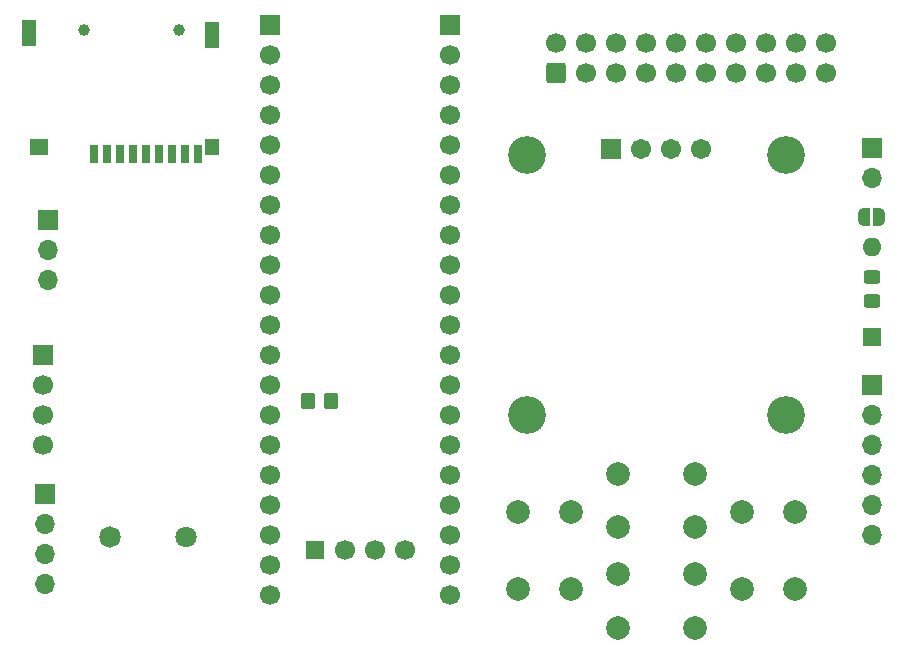
<source format=gbr>
%TF.GenerationSoftware,KiCad,Pcbnew,9.0.1*%
%TF.CreationDate,2025-06-11T14:36:35+02:00*%
%TF.ProjectId,sdiskII_stm32,73646973-6b49-4495-9f73-746d33322e6b,6*%
%TF.SameCoordinates,Original*%
%TF.FileFunction,Soldermask,Top*%
%TF.FilePolarity,Negative*%
%FSLAX46Y46*%
G04 Gerber Fmt 4.6, Leading zero omitted, Abs format (unit mm)*
G04 Created by KiCad (PCBNEW 9.0.1) date 2025-06-11 14:36:35*
%MOMM*%
%LPD*%
G01*
G04 APERTURE LIST*
G04 Aperture macros list*
%AMRoundRect*
0 Rectangle with rounded corners*
0 $1 Rounding radius*
0 $2 $3 $4 $5 $6 $7 $8 $9 X,Y pos of 4 corners*
0 Add a 4 corners polygon primitive as box body*
4,1,4,$2,$3,$4,$5,$6,$7,$8,$9,$2,$3,0*
0 Add four circle primitives for the rounded corners*
1,1,$1+$1,$2,$3*
1,1,$1+$1,$4,$5*
1,1,$1+$1,$6,$7*
1,1,$1+$1,$8,$9*
0 Add four rect primitives between the rounded corners*
20,1,$1+$1,$2,$3,$4,$5,0*
20,1,$1+$1,$4,$5,$6,$7,0*
20,1,$1+$1,$6,$7,$8,$9,0*
20,1,$1+$1,$8,$9,$2,$3,0*%
%AMFreePoly0*
4,1,23,0.500000,-0.750000,0.000000,-0.750000,0.000000,-0.745722,-0.065263,-0.745722,-0.191342,-0.711940,-0.304381,-0.646677,-0.396677,-0.554381,-0.461940,-0.441342,-0.495722,-0.315263,-0.495722,-0.250000,-0.500000,-0.250000,-0.500000,0.250000,-0.495722,0.250000,-0.495722,0.315263,-0.461940,0.441342,-0.396677,0.554381,-0.304381,0.646677,-0.191342,0.711940,-0.065263,0.745722,0.000000,0.745722,
0.000000,0.750000,0.500000,0.750000,0.500000,-0.750000,0.500000,-0.750000,$1*%
%AMFreePoly1*
4,1,23,0.000000,0.745722,0.065263,0.745722,0.191342,0.711940,0.304381,0.646677,0.396677,0.554381,0.461940,0.441342,0.495722,0.315263,0.495722,0.250000,0.500000,0.250000,0.500000,-0.250000,0.495722,-0.250000,0.495722,-0.315263,0.461940,-0.441342,0.396677,-0.554381,0.304381,-0.646677,0.191342,-0.711940,0.065263,-0.745722,0.000000,-0.745722,0.000000,-0.750000,-0.500000,-0.750000,
-0.500000,0.750000,0.000000,0.750000,0.000000,0.745722,0.000000,0.745722,$1*%
G04 Aperture macros list end*
%ADD10RoundRect,0.250000X0.600000X-0.600000X0.600000X0.600000X-0.600000X0.600000X-0.600000X-0.600000X0*%
%ADD11C,1.700000*%
%ADD12R,1.600000X1.600000*%
%ADD13O,1.600000X1.600000*%
%ADD14R,1.700000X1.700000*%
%ADD15O,1.700000X1.700000*%
%ADD16C,2.000000*%
%ADD17RoundRect,0.250000X0.450000X-0.325000X0.450000X0.325000X-0.450000X0.325000X-0.450000X-0.325000X0*%
%ADD18C,1.824000*%
%ADD19C,1.800000*%
%ADD20R,1.524000X1.524000*%
%ADD21FreePoly0,180.000000*%
%ADD22FreePoly1,180.000000*%
%ADD23RoundRect,0.102000X-0.754000X-0.754000X0.754000X-0.754000X0.754000X0.754000X-0.754000X0.754000X0*%
%ADD24C,1.712000*%
%ADD25C,3.204000*%
%ADD26R,1.600000X1.400000*%
%ADD27C,1.000000*%
%ADD28R,1.200000X2.200000*%
%ADD29R,0.700000X1.600000*%
%ADD30R,1.200000X1.400000*%
%ADD31RoundRect,0.250000X-0.350000X-0.450000X0.350000X-0.450000X0.350000X0.450000X-0.350000X0.450000X0*%
G04 APERTURE END LIST*
D10*
%TO.C,J2*%
X178290000Y-92490000D03*
D11*
X178290000Y-89950000D03*
X180830000Y-92490000D03*
X180830000Y-89950000D03*
X183370000Y-92490000D03*
X183370000Y-89950000D03*
X185910000Y-92490000D03*
X185910000Y-89950000D03*
X188450000Y-92490000D03*
X188450000Y-89950000D03*
X190990000Y-92490000D03*
X190990000Y-89950000D03*
X193530000Y-92490000D03*
X193530000Y-89950000D03*
X196070000Y-92490000D03*
X196070000Y-89950000D03*
X198610000Y-92490000D03*
X198610000Y-89950000D03*
X201150000Y-92490000D03*
X201150000Y-89950000D03*
%TD*%
D12*
%TO.C,D1*%
X205000000Y-114840000D03*
D13*
X205000000Y-107220000D03*
%TD*%
D14*
%TO.C,J5*%
X134880000Y-116370000D03*
D11*
X134880000Y-118910000D03*
X134880000Y-121450000D03*
X134880000Y-123990000D03*
%TD*%
D14*
%TO.C,J3*%
X205030000Y-118910000D03*
D15*
X205030000Y-121450000D03*
X205030000Y-123990000D03*
X205030000Y-126530000D03*
X205030000Y-129070000D03*
X205030000Y-131610000D03*
%TD*%
D16*
%TO.C,UP1*%
X190040000Y-130950000D03*
X183540000Y-130950000D03*
X190040000Y-126450000D03*
X183540000Y-126450000D03*
%TD*%
D17*
%TO.C,D2*%
X205000000Y-111840000D03*
X205000000Y-109790000D03*
%TD*%
D18*
%TO.C,BZ1*%
X140500000Y-131750000D03*
D19*
X147000000Y-131750000D03*
%TD*%
D14*
%TO.C,J4*%
X135240000Y-104975000D03*
D15*
X135240000Y-107515000D03*
X135240000Y-110055000D03*
%TD*%
D14*
%TO.C,\u03BCC1*%
X154050000Y-88440000D03*
D11*
X154050000Y-90980000D03*
X154050000Y-93520000D03*
X154050000Y-96060000D03*
X154050000Y-98600000D03*
X154050000Y-101140000D03*
X154050000Y-103680000D03*
X154050000Y-106220000D03*
X154050000Y-108760000D03*
X154050000Y-111300000D03*
X154050000Y-113840000D03*
X154050000Y-116380000D03*
X154050000Y-118920000D03*
X154050000Y-121460000D03*
X154050000Y-124000000D03*
X154050000Y-126540000D03*
X154050000Y-129080000D03*
X154050000Y-131620000D03*
X154050000Y-134160000D03*
X154050000Y-136700000D03*
X169290000Y-136700000D03*
X169290000Y-134160000D03*
X169290000Y-131620000D03*
X169290000Y-129080000D03*
X169290000Y-126540000D03*
X169290000Y-124000000D03*
X169290000Y-121460000D03*
X169290000Y-118920000D03*
X169290000Y-116380000D03*
X169290000Y-113840000D03*
X169290000Y-111300000D03*
X169290000Y-108760000D03*
X169290000Y-106220000D03*
X169290000Y-103680000D03*
X169290000Y-101140000D03*
X169290000Y-98600000D03*
X169290000Y-96060000D03*
X169290000Y-93520000D03*
X169290000Y-90980000D03*
D14*
X169290000Y-88440000D03*
D20*
X157860000Y-132890000D03*
D11*
X160400000Y-132890000D03*
X162940000Y-132890000D03*
X165480000Y-132890000D03*
%TD*%
D21*
%TO.C,JP1*%
X205650000Y-104680000D03*
D22*
X204350000Y-104680000D03*
%TD*%
D14*
%TO.C,J1*%
X205000000Y-98810000D03*
D15*
X205000000Y-101350000D03*
%TD*%
D16*
%TO.C,ENTR1*%
X198540000Y-129700000D03*
X198540000Y-136200000D03*
X194040000Y-129700000D03*
X194040000Y-136200000D03*
%TD*%
D14*
%TO.C,J6*%
X135000000Y-128180000D03*
D15*
X135000000Y-130720000D03*
X135000000Y-133260000D03*
X135000000Y-135800000D03*
%TD*%
D23*
%TO.C,U8*%
X182980000Y-98950000D03*
D24*
X185520000Y-98950000D03*
X188060000Y-98950000D03*
X190600000Y-98950000D03*
D25*
X175790000Y-99450000D03*
X197790000Y-99450000D03*
X197790000Y-121450000D03*
X175790000Y-121450000D03*
%TD*%
D26*
%TO.C,U2*%
X134540000Y-98750000D03*
D27*
X138340000Y-88850000D03*
X146340000Y-88850000D03*
D28*
X149140000Y-89250000D03*
D29*
X139140000Y-99350000D03*
X140240000Y-99350000D03*
X141340000Y-99350000D03*
X142440000Y-99350000D03*
X143540000Y-99350000D03*
X144640000Y-99350000D03*
X145740000Y-99350000D03*
X146840000Y-99350000D03*
X147940000Y-99350000D03*
D30*
X149140000Y-98750000D03*
D28*
X133640000Y-89150000D03*
%TD*%
D31*
%TO.C,R4*%
X157250000Y-120230000D03*
X159250000Y-120230000D03*
%TD*%
D16*
%TO.C,RET1*%
X179540000Y-129700000D03*
X179540000Y-136200000D03*
X175040000Y-129700000D03*
X175040000Y-136200000D03*
%TD*%
%TO.C,DOWN1*%
X183540000Y-134950000D03*
X190040000Y-134950000D03*
X183540000Y-139450000D03*
X190040000Y-139450000D03*
%TD*%
M02*

</source>
